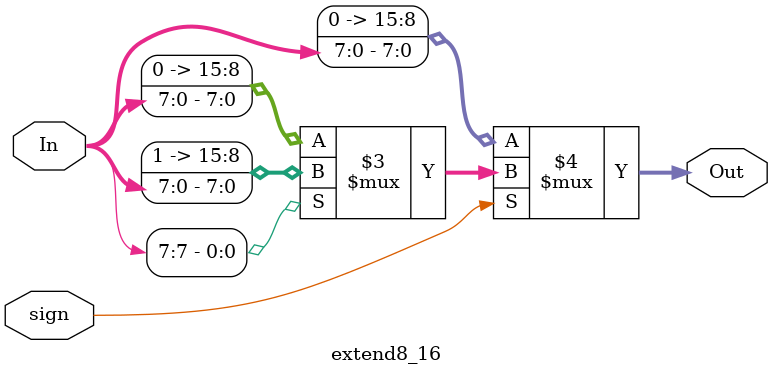
<source format=v>
module extend8_16(In, Out, sign);

//This unit takes a 8 bit input and either sign extends or
//zero extends the input to 16bits (sign = 1 = sign extension)
input sign;
input [7:0] In;
output [15:0] Out;

assign Out = (sign == 1) ? ((In[7] == 1'b1) ? {8'hFF,In} : {8'h00,In}) : {8'h00,In};
			                
						 							   
endmodule
</source>
